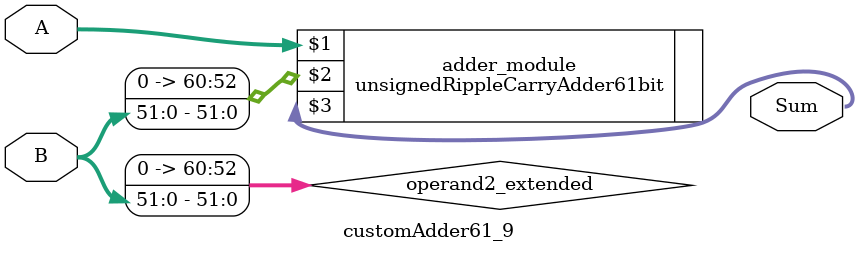
<source format=v>
module customAdder61_9(
                        input [60 : 0] A,
                        input [51 : 0] B,
                        
                        output [61 : 0] Sum
                );

        wire [60 : 0] operand2_extended;
        
        assign operand2_extended =  {9'b0, B};
        
        unsignedRippleCarryAdder61bit adder_module(
            A,
            operand2_extended,
            Sum
        );
        
        endmodule
        
</source>
